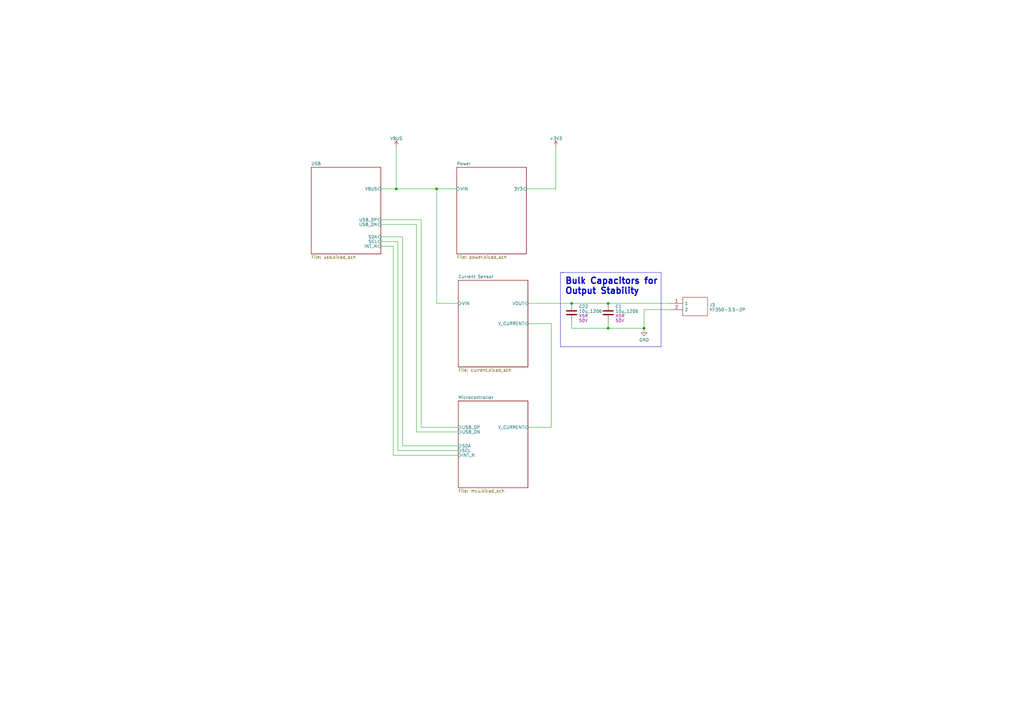
<source format=kicad_sch>
(kicad_sch (version 20230121) (generator eeschema)
  (paper "A3")
  (title_block (title "PowerPod") (date "2023-03-02") (rev "A"))
  (lib_symbols
    (symbol "Capacitor_JLC:10u_1206" (pin_numbers hide) (pin_names (offset 0.254))
      (property "Reference" "C" (at 0.635 2.54 0))
      (property "Value" "10u_1206" (at 0.635 -2.54 0))
      (property "Type" "X5R" (at 5.08 2.54 0))
      (property "Voltage" "50V" (at 5.08 0 0))
      (symbol "10u_1206_0_1"
        (polyline (pts (xy -2.032 -0.762) (xy 2.032 -0.762)) (stroke (width 0.508)))
        (polyline (pts (xy -2.032 0.762) (xy 2.032 0.762)) (stroke (width 0.508)))
      )
      (symbol "10u_1206_1_1"
        (pin passive line (at 0 3.81 270) (length 2.794) (name "~") (number "1"))
        (pin passive line (at 0 -3.81 90) (length 2.794) (name "~") (number "2"))
      )
    )
    (symbol "Connector_JLC:KF350-3.5-2P" (pin_names (offset 0.762))
      (property "Reference" "J" (at 16.51 7.62 0))
      (property "Value" "KF350-3.5-2P" (at 16.51 5.08 0))
      (symbol "KF350-3.5-2P_0_0"
        (pin passive line (at 0 0 0) (length 5.08) (name "1") (number "1"))
        (pin passive line (at 0 -2.54 0) (length 5.08) (name "2") (number "2"))
      )
      (symbol "KF350-3.5-2P_0_1"
        (polyline (pts (xy 5.08 2.54) (xy 15.24 2.54) (xy 15.24 -5.08) (xy 5.08 -5.08) (xy 5.08 2.54)) (stroke (width 0.1524)))
      )
    )
    (symbol "power:+3V3" (power) (pin_names (offset 0))
      (property "Value" "+3V3" (at 0 3.556 0))
      (symbol "+3V3_0_1"
        (polyline (pts (xy -0.762 1.27) (xy 0 2.54)))
        (polyline (pts (xy 0 0) (xy 0 2.54)))
        (polyline (pts (xy 0 2.54) (xy 0.762 1.27)))
      )
      (symbol "+3V3_1_1"
        (pin power_in line (at 0 0 90) (length 0) hide (name "+3V3") (number "1"))
      )
    )
    (symbol "power:GND" (power) (pin_names (offset 0))
      (property "Value" "GND" (at 0 -3.81 0))
      (symbol "GND_0_1"
        (polyline (pts (xy 0 0) (xy 0 -1.27) (xy 1.27 -1.27) (xy 0 -2.54) (xy -1.27 -1.27) (xy 0 -1.27)))
      )
      (symbol "GND_1_1"
        (pin power_in line (at 0 0 270) (length 0) hide (name "GND") (number "1"))
      )
    )
    (symbol "power:VBUS" (power) (pin_names (offset 0))
      (property "Value" "VBUS" (at 0 3.81 0))
      (symbol "VBUS_0_1"
        (polyline (pts (xy -0.762 1.27) (xy 0 2.54)))
        (polyline (pts (xy 0 0) (xy 0 2.54)))
        (polyline (pts (xy 0 2.54) (xy 0.762 1.27)))
      )
      (symbol "VBUS_1_1"
        (pin power_in line (at 0 0 90) (length 0) hide (name "VBUS") (number "1"))
      )
    )
  )
  (junction (at 162.56 77.47))
  (junction (at 249.428 124.46))
  (junction (at 264.16 134.62))
  (junction (at 179.07 77.47))
  (junction (at 249.428 134.62))
  (junction (at 234.442 124.46))
  (wire (pts (xy 172.72 175.26) (xy 187.96 175.26)))
  (wire (pts (xy 226.06 175.26) (xy 216.535 175.26)))
  (wire (pts (xy 264.16 127) (xy 264.16 134.62)))
  (polyline (pts (xy 229.87 111.76) (xy 231.14 111.76)))
  (wire (pts (xy 234.442 124.46) (xy 249.428 124.46)))
  (wire (pts (xy 165.1 182.88) (xy 165.1 97.155)))
  (wire (pts (xy 161.29 186.69) (xy 161.29 100.965)))
  (wire (pts (xy 249.428 132.08) (xy 249.428 134.62)))
  (wire (pts (xy 179.07 77.47) (xy 187.325 77.47)))
  (wire (pts (xy 163.195 184.785) (xy 187.96 184.785)))
  (wire (pts (xy 161.29 100.965) (xy 156.21 100.965)))
  (wire (pts (xy 234.442 134.62) (xy 249.428 134.62)))
  (wire (pts (xy 264.16 134.62) (xy 264.16 135.255)))
  (wire (pts (xy 156.21 99.06) (xy 163.195 99.06)))
  (wire (pts (xy 172.72 90.17) (xy 172.72 175.26)))
  (wire (pts (xy 156.21 90.17) (xy 172.72 90.17)))
  (wire (pts (xy 163.195 99.06) (xy 163.195 184.785)))
  (wire (pts (xy 170.815 177.165) (xy 170.815 92.075)))
  (polyline (pts (xy 271.145 142.24) (xy 229.87 142.24)))
  (wire (pts (xy 156.21 77.47) (xy 162.56 77.47)))
  (wire (pts (xy 216.535 124.46) (xy 234.442 124.46)))
  (polyline (pts (xy 271.145 111.76) (xy 271.145 142.24)))
  (wire (pts (xy 187.96 177.165) (xy 170.815 177.165)))
  (wire (pts (xy 187.96 124.46) (xy 179.07 124.46)))
  (wire (pts (xy 227.965 77.47) (xy 215.9 77.47)))
  (wire (pts (xy 274.955 127) (xy 264.16 127)))
  (wire (pts (xy 227.965 60.325) (xy 227.965 77.47)))
  (wire (pts (xy 179.07 124.46) (xy 179.07 77.47)))
  (wire (pts (xy 162.56 60.325) (xy 162.56 77.47)))
  (wire (pts (xy 170.815 92.075) (xy 156.21 92.075)))
  (wire (pts (xy 226.06 132.715) (xy 226.06 175.26)))
  (wire (pts (xy 249.428 134.62) (xy 264.16 134.62)))
  (polyline (pts (xy 229.87 142.24) (xy 229.87 111.76)))
  (wire (pts (xy 162.56 77.47) (xy 179.07 77.47)))
  (wire (pts (xy 165.1 97.155) (xy 156.21 97.155)))
  (wire (pts (xy 216.535 132.715) (xy 226.06 132.715)))
  (wire (pts (xy 234.442 132.08) (xy 234.442 134.62)))
  (wire (pts (xy 187.96 182.88) (xy 165.1 182.88)))
  (polyline (pts (xy 230.505 111.76) (xy 271.145 111.76)))
  (wire (pts (xy 187.96 186.69) (xy 161.29 186.69)))
  (wire (pts (xy 249.428 124.46) (xy 274.955 124.46)))
  (text "Bulk Capacitors for \nOutput Stability" (at 231.648 120.904 0) (effects (font (size 2.54 2.54) (thickness 0.508) bold) (justify left bottom)))
  (symbol (lib_id "power:VBUS") (at 162.56 60.325 0) (unit 1)
    (property "Reference" "#PWR04" (effects hide))
    (property "Value" "VBUS" (at 162.56 56.8231 0))
  )
  (symbol (lib_id "power:GND") (at 264.16 135.255 0) (unit 1)
    (property "Reference" "#PWR031" (effects hide))
    (property "Value" "GND" (at 264.16 139.3905 0))
  )
  (symbol (lib_id "Connector_JLC:KF350-3.5-2P") (at 274.955 124.46 0) (unit 1)
    (property "Reference" "J3" (at 290.9062 125.0863 0) (effects (justify left)))
    (property "Value" "KF350-3.5-2P" (at 290.9062 127.0073 0) (effects (justify left)))
    (property "Footprint" "KF350352P" (effects hide))
    (property "Datasheet" "https://datasheet.lcsc.com/szlcsc/2001160007_Cixi-Kefa-Elec-KF350-3-5-2P_C474892.pdf" (effects hide))
    (property "Description" "P=3.5mm Screw terminal RoHS 2 Pos" (effects hide))
    (property "Height" "8.8" (effects hide))
    (property "Manufacturer_Name" "CIXI KEFA ELECTRONICS" (effects hide))
    (property "Manufacturer_Part_Number" "KF350-3.5-2P" (effects hide))
    (property "LCSC" "C474892" (effects hide))
  )
  (symbol (lib_id "power:+3V3") (at 227.965 60.325 0) (unit 1)
    (property "Reference" "#PWR01" (effects hide))
    (property "Value" "+3V3" (at 227.965 56.8231 0))
  )
  (symbol (lib_id "Capacitor_JLC:10u_1206") (at 234.442 128.27 0) (unit 1)
    (property "Reference" "C22" (at 237.363 125.7053 0) (effects (justify left)))
    (property "Value" "10u_1206" (at 237.363 127.6263 0) (effects (justify left)))
    (property "Footprint" "Capacitor_SMD:C_1206_3216Metric" (effects hide))
    (property "Datasheet" "https://datasheet.lcsc.com/lcsc/1912111437_TDK-C3216X7R1V106MT000E_C361179.pdf" (effects hide))
    (property "Type" "X5R" (at 237.363 129.5473 0) (effects (justify left)))
    (property "LCSC" "C466808" (effects hide))
    (property "Voltage" "50V" (at 237.363 131.4683 0) (effects (justify left)))
  )
  (symbol (lib_id "Capacitor_JLC:10u_1206") (at 249.428 128.27 0) (unit 1)
    (property "Reference" "C1" (at 252.349 125.7053 0) (effects (justify left)))
    (property "Value" "10u_1206" (at 252.349 127.6263 0) (effects (justify left)))
    (property "Footprint" "Capacitor_SMD:C_1206_3216Metric" (effects hide))
    (property "Datasheet" "https://datasheet.lcsc.com/lcsc/1912111437_TDK-C3216X7R1V106MT000E_C361179.pdf" (effects hide))
    (property "Type" "X5R" (at 252.349 129.5473 0) (effects (justify left)))
    (property "LCSC" "C466808" (effects hide))
    (property "Voltage" "50V" (at 252.349 131.4683 0) (effects (justify left)))
  )
  (sheet (at 187.96 114.935) (size 28.575 35.56) (stroke (width 0.1524))
    (property "Sheetname" "Current Sensor" (at 187.96 114.2234 0) (effects (justify left bottom)))
    (property "Sheetfile" "current.kicad_sch" (at 187.96 151.0796 0) (effects (justify left top)))
    (pin "VIN" input (at 187.96 124.46 180))
    (pin "VOUT" input (at 216.535 124.46 0))
    (pin "V_CURRENT" input (at 216.535 132.715 0))
  )
  (sheet (at 127.635 68.58) (size 28.575 35.56) (stroke (width 0.1524))
    (property "Sheetname" "USB" (at 127.635 67.8684 0) (effects (justify left bottom)))
    (property "Sheetfile" "usb.kicad_sch" (at 127.635 104.7246 0) (effects (justify left top)))
    (pin "VBUS" input (at 156.21 77.47 0))
    (pin "USB_DP" input (at 156.21 90.17 0))
    (pin "USB_DN" input (at 156.21 92.075 0))
    (pin "SDA" input (at 156.21 97.155 0))
    (pin "SCL" input (at 156.21 99.06 0))
    (pin "INT_N" input (at 156.21 100.965 0))
  )
  (sheet (at 187.325 68.58) (size 28.575 35.56) (stroke (width 0.1524))
    (property "Sheetname" "Power" (at 187.325 67.8684 0) (effects (justify left bottom)))
    (property "Sheetfile" "power.kicad_sch" (at 187.325 104.7246 0) (effects (justify left top)))
    (pin "VIN" input (at 187.325 77.47 180))
    (pin "3V3" input (at 215.9 77.47 0))
  )
  (sheet (at 187.96 164.465) (size 28.575 35.56) (stroke (width 0.1524))
    (property "Sheetname" "Microcontroller" (at 187.96 163.7534 0) (effects (justify left bottom)))
    (property "Sheetfile" "mcu.kicad_sch" (at 187.96 200.6096 0) (effects (justify left top)))
    (pin "V_CURRENT" input (at 216.535 175.26 0))
    (pin "SDA" input (at 187.96 182.88 180))
    (pin "USB_DN" input (at 187.96 177.165 180))
    (pin "INT_N" input (at 187.96 186.69 180))
    (pin "SCL" input (at 187.96 184.785 180))
    (pin "USB_DP" input (at 187.96 175.26 180))
  )
)
</source>
